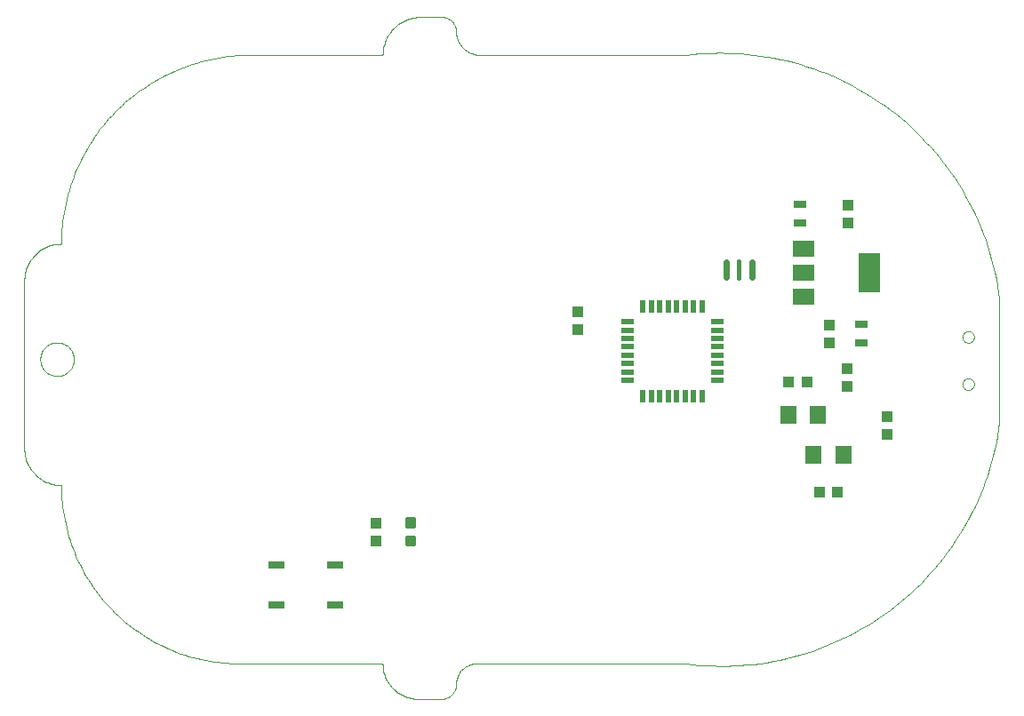
<source format=gtp>
G75*
%MOIN*%
%OFA0B0*%
%FSLAX24Y24*%
%IPPOS*%
%LPD*%
%AMOC8*
5,1,8,0,0,1.08239X$1,22.5*
%
%ADD10C,0.0000*%
%ADD11R,0.0500X0.0220*%
%ADD12R,0.0220X0.0500*%
%ADD13R,0.0433X0.0394*%
%ADD14R,0.0394X0.0433*%
%ADD15R,0.0630X0.0709*%
%ADD16R,0.0790X0.0590*%
%ADD17R,0.0790X0.1500*%
%ADD18C,0.0118*%
%ADD19R,0.0472X0.0315*%
%ADD20C,0.0240*%
%ADD21C,0.0177*%
%ADD22R,0.0600X0.0300*%
D10*
X008171Y001429D02*
X013535Y001429D01*
X013537Y001357D01*
X013543Y001285D01*
X013553Y001214D01*
X013566Y001143D01*
X013583Y001073D01*
X013605Y001005D01*
X013629Y000937D01*
X013658Y000871D01*
X013690Y000806D01*
X013725Y000744D01*
X013764Y000683D01*
X013806Y000625D01*
X013851Y000569D01*
X013899Y000515D01*
X013950Y000464D01*
X014004Y000416D01*
X014060Y000371D01*
X014118Y000329D01*
X014179Y000290D01*
X014241Y000255D01*
X014306Y000223D01*
X014372Y000194D01*
X014440Y000170D01*
X014508Y000148D01*
X014578Y000131D01*
X014649Y000118D01*
X014720Y000108D01*
X014792Y000102D01*
X014864Y000100D01*
X015734Y000100D01*
X015780Y000102D01*
X015826Y000108D01*
X015871Y000117D01*
X015915Y000130D01*
X015958Y000147D01*
X015999Y000167D01*
X016039Y000191D01*
X016076Y000217D01*
X016111Y000247D01*
X016144Y000280D01*
X016174Y000315D01*
X016200Y000352D01*
X016224Y000392D01*
X016244Y000433D01*
X016261Y000476D01*
X016274Y000520D01*
X016283Y000565D01*
X016289Y000611D01*
X016291Y000657D01*
X016293Y000710D01*
X016298Y000762D01*
X016307Y000814D01*
X016320Y000865D01*
X016336Y000916D01*
X016355Y000965D01*
X016378Y001012D01*
X016403Y001058D01*
X016432Y001102D01*
X016464Y001144D01*
X016499Y001184D01*
X016536Y001221D01*
X016576Y001256D01*
X016618Y001288D01*
X016662Y001317D01*
X016708Y001342D01*
X016755Y001365D01*
X016804Y001384D01*
X016855Y001400D01*
X016906Y001413D01*
X016958Y001422D01*
X017010Y001427D01*
X017063Y001429D01*
X024903Y001429D01*
X036665Y010484D02*
X036665Y015110D01*
X035275Y013683D02*
X035277Y013712D01*
X035283Y013740D01*
X035292Y013768D01*
X035305Y013794D01*
X035322Y013817D01*
X035341Y013839D01*
X035363Y013858D01*
X035388Y013873D01*
X035414Y013886D01*
X035442Y013894D01*
X035470Y013899D01*
X035499Y013900D01*
X035528Y013897D01*
X035556Y013890D01*
X035583Y013880D01*
X035609Y013866D01*
X035632Y013849D01*
X035653Y013829D01*
X035671Y013806D01*
X035686Y013781D01*
X035697Y013754D01*
X035705Y013726D01*
X035709Y013697D01*
X035709Y013669D01*
X035705Y013640D01*
X035697Y013612D01*
X035686Y013585D01*
X035671Y013560D01*
X035653Y013537D01*
X035632Y013517D01*
X035609Y013500D01*
X035583Y013486D01*
X035556Y013476D01*
X035528Y013469D01*
X035499Y013466D01*
X035470Y013467D01*
X035442Y013472D01*
X035414Y013480D01*
X035388Y013493D01*
X035363Y013508D01*
X035341Y013527D01*
X035322Y013549D01*
X035305Y013572D01*
X035292Y013598D01*
X035283Y013626D01*
X035277Y013654D01*
X035275Y013683D01*
X035275Y011911D02*
X035277Y011940D01*
X035283Y011968D01*
X035292Y011996D01*
X035305Y012022D01*
X035322Y012045D01*
X035341Y012067D01*
X035363Y012086D01*
X035388Y012101D01*
X035414Y012114D01*
X035442Y012122D01*
X035470Y012127D01*
X035499Y012128D01*
X035528Y012125D01*
X035556Y012118D01*
X035583Y012108D01*
X035609Y012094D01*
X035632Y012077D01*
X035653Y012057D01*
X035671Y012034D01*
X035686Y012009D01*
X035697Y011982D01*
X035705Y011954D01*
X035709Y011925D01*
X035709Y011897D01*
X035705Y011868D01*
X035697Y011840D01*
X035686Y011813D01*
X035671Y011788D01*
X035653Y011765D01*
X035632Y011745D01*
X035609Y011728D01*
X035583Y011714D01*
X035556Y011704D01*
X035528Y011697D01*
X035499Y011694D01*
X035470Y011695D01*
X035442Y011700D01*
X035414Y011708D01*
X035388Y011721D01*
X035363Y011736D01*
X035341Y011755D01*
X035322Y011777D01*
X035305Y011800D01*
X035292Y011826D01*
X035283Y011854D01*
X035277Y011882D01*
X035275Y011911D01*
X036664Y010484D02*
X036629Y010233D01*
X036587Y009982D01*
X036539Y009733D01*
X036485Y009485D01*
X036425Y009239D01*
X036360Y008994D01*
X036288Y008751D01*
X036210Y008509D01*
X036127Y008270D01*
X036038Y008032D01*
X035943Y007797D01*
X035843Y007564D01*
X035737Y007334D01*
X035625Y007106D01*
X035508Y006881D01*
X035386Y006659D01*
X035258Y006440D01*
X035125Y006224D01*
X034987Y006011D01*
X034843Y005802D01*
X034695Y005596D01*
X034542Y005394D01*
X034384Y005196D01*
X034221Y005001D01*
X034053Y004811D01*
X033881Y004624D01*
X033705Y004442D01*
X033524Y004264D01*
X033339Y004091D01*
X033149Y003922D01*
X032956Y003758D01*
X032759Y003598D01*
X032558Y003443D01*
X032353Y003294D01*
X032145Y003149D01*
X031933Y003009D01*
X031718Y002874D01*
X031500Y002745D01*
X031279Y002621D01*
X031055Y002502D01*
X030828Y002389D01*
X030598Y002281D01*
X030366Y002179D01*
X030132Y002083D01*
X029895Y001992D01*
X029656Y001907D01*
X029415Y001828D01*
X029172Y001754D01*
X028928Y001687D01*
X028681Y001625D01*
X028434Y001569D01*
X028185Y001520D01*
X027935Y001476D01*
X027685Y001439D01*
X027433Y001407D01*
X027181Y001382D01*
X026928Y001363D01*
X026674Y001349D01*
X026421Y001342D01*
X026167Y001341D01*
X025914Y001347D01*
X025660Y001358D01*
X025407Y001375D01*
X025155Y001399D01*
X024903Y001429D01*
X008171Y001429D02*
X008009Y001431D01*
X007848Y001437D01*
X007686Y001447D01*
X007525Y001460D01*
X007364Y001478D01*
X007204Y001499D01*
X007044Y001525D01*
X006885Y001554D01*
X006727Y001587D01*
X006569Y001623D01*
X006413Y001664D01*
X006257Y001708D01*
X006103Y001757D01*
X005950Y001808D01*
X005798Y001864D01*
X005647Y001923D01*
X005498Y001986D01*
X005351Y002052D01*
X005205Y002122D01*
X005061Y002196D01*
X004918Y002273D01*
X004778Y002353D01*
X004640Y002437D01*
X004503Y002524D01*
X004369Y002614D01*
X004237Y002707D01*
X004107Y002804D01*
X003980Y002904D01*
X003855Y003006D01*
X003733Y003112D01*
X003613Y003221D01*
X003496Y003332D01*
X003381Y003447D01*
X003270Y003564D01*
X003161Y003684D01*
X003055Y003806D01*
X002953Y003931D01*
X002853Y004058D01*
X002756Y004188D01*
X002663Y004320D01*
X002573Y004454D01*
X002486Y004591D01*
X002402Y004729D01*
X002322Y004869D01*
X002245Y005012D01*
X002171Y005156D01*
X002101Y005302D01*
X002035Y005449D01*
X001972Y005598D01*
X001913Y005749D01*
X001857Y005901D01*
X001806Y006054D01*
X001757Y006208D01*
X001713Y006364D01*
X001672Y006520D01*
X001636Y006678D01*
X001603Y006836D01*
X001574Y006995D01*
X001548Y007155D01*
X001527Y007315D01*
X001509Y007476D01*
X001496Y007637D01*
X001486Y007799D01*
X001480Y007960D01*
X001478Y008122D01*
X001406Y008124D01*
X001334Y008130D01*
X001262Y008139D01*
X001191Y008152D01*
X001121Y008169D01*
X001052Y008189D01*
X000984Y008214D01*
X000918Y008241D01*
X000852Y008272D01*
X000789Y008307D01*
X000727Y008344D01*
X000668Y008385D01*
X000611Y008429D01*
X000556Y008476D01*
X000504Y008526D01*
X000454Y008578D01*
X000407Y008633D01*
X000363Y008690D01*
X000322Y008749D01*
X000285Y008811D01*
X000250Y008874D01*
X000219Y008940D01*
X000192Y009006D01*
X000167Y009074D01*
X000147Y009143D01*
X000130Y009213D01*
X000117Y009284D01*
X000108Y009356D01*
X000102Y009428D01*
X000100Y009500D01*
X000100Y015799D01*
X000102Y015871D01*
X000108Y015943D01*
X000117Y016015D01*
X000130Y016086D01*
X000147Y016156D01*
X000167Y016225D01*
X000192Y016293D01*
X000219Y016359D01*
X000250Y016425D01*
X000285Y016488D01*
X000322Y016550D01*
X000363Y016609D01*
X000407Y016666D01*
X000454Y016721D01*
X000504Y016773D01*
X000556Y016823D01*
X000611Y016870D01*
X000668Y016914D01*
X000727Y016955D01*
X000789Y016992D01*
X000852Y017027D01*
X000918Y017058D01*
X000984Y017085D01*
X001052Y017110D01*
X001121Y017130D01*
X001191Y017147D01*
X001262Y017160D01*
X001334Y017169D01*
X001406Y017175D01*
X001478Y017177D01*
X000698Y012846D02*
X000700Y012896D01*
X000706Y012946D01*
X000716Y012995D01*
X000730Y013043D01*
X000747Y013090D01*
X000768Y013135D01*
X000793Y013179D01*
X000821Y013220D01*
X000853Y013259D01*
X000887Y013296D01*
X000924Y013330D01*
X000964Y013360D01*
X001006Y013387D01*
X001050Y013411D01*
X001096Y013432D01*
X001143Y013448D01*
X001191Y013461D01*
X001241Y013470D01*
X001290Y013475D01*
X001341Y013476D01*
X001391Y013473D01*
X001440Y013466D01*
X001489Y013455D01*
X001537Y013440D01*
X001583Y013422D01*
X001628Y013400D01*
X001671Y013374D01*
X001712Y013345D01*
X001751Y013313D01*
X001787Y013278D01*
X001819Y013240D01*
X001849Y013200D01*
X001876Y013157D01*
X001899Y013113D01*
X001918Y013067D01*
X001934Y013019D01*
X001946Y012970D01*
X001954Y012921D01*
X001958Y012871D01*
X001958Y012821D01*
X001954Y012771D01*
X001946Y012722D01*
X001934Y012673D01*
X001918Y012625D01*
X001899Y012579D01*
X001876Y012535D01*
X001849Y012492D01*
X001819Y012452D01*
X001787Y012414D01*
X001751Y012379D01*
X001712Y012347D01*
X001671Y012318D01*
X001628Y012292D01*
X001583Y012270D01*
X001537Y012252D01*
X001489Y012237D01*
X001440Y012226D01*
X001391Y012219D01*
X001341Y012216D01*
X001290Y012217D01*
X001241Y012222D01*
X001191Y012231D01*
X001143Y012244D01*
X001096Y012260D01*
X001050Y012281D01*
X001006Y012305D01*
X000964Y012332D01*
X000924Y012362D01*
X000887Y012396D01*
X000853Y012433D01*
X000821Y012472D01*
X000793Y012513D01*
X000768Y012557D01*
X000747Y012602D01*
X000730Y012649D01*
X000716Y012697D01*
X000706Y012746D01*
X000700Y012796D01*
X000698Y012846D01*
X001478Y017177D02*
X001480Y017348D01*
X001486Y017519D01*
X001497Y017690D01*
X001511Y017861D01*
X001530Y018031D01*
X001552Y018201D01*
X001579Y018370D01*
X001610Y018539D01*
X001645Y018706D01*
X001684Y018873D01*
X001727Y019039D01*
X001774Y019203D01*
X001825Y019367D01*
X001880Y019529D01*
X001939Y019690D01*
X002001Y019849D01*
X002068Y020007D01*
X002138Y020163D01*
X002212Y020318D01*
X002290Y020470D01*
X002371Y020621D01*
X002456Y020770D01*
X002545Y020916D01*
X002637Y021061D01*
X002733Y021203D01*
X002831Y021343D01*
X002934Y021480D01*
X003039Y021615D01*
X003148Y021747D01*
X003260Y021877D01*
X003375Y022003D01*
X003494Y022127D01*
X003615Y022248D01*
X003739Y022367D01*
X003865Y022482D01*
X003995Y022594D01*
X004127Y022703D01*
X004262Y022808D01*
X004399Y022911D01*
X004539Y023009D01*
X004681Y023105D01*
X004826Y023197D01*
X004972Y023286D01*
X005121Y023371D01*
X005272Y023452D01*
X005424Y023530D01*
X005579Y023604D01*
X005735Y023674D01*
X005893Y023741D01*
X006052Y023803D01*
X006213Y023862D01*
X006375Y023917D01*
X006539Y023968D01*
X006703Y024015D01*
X006869Y024058D01*
X007036Y024097D01*
X007203Y024132D01*
X007372Y024163D01*
X007541Y024190D01*
X007711Y024212D01*
X007881Y024231D01*
X008052Y024245D01*
X008223Y024256D01*
X008394Y024262D01*
X008565Y024264D01*
X008565Y024263D02*
X013535Y024263D01*
X013537Y024338D01*
X013543Y024412D01*
X013553Y024486D01*
X013566Y024560D01*
X013584Y024632D01*
X013605Y024704D01*
X013630Y024774D01*
X013658Y024843D01*
X013691Y024911D01*
X013726Y024977D01*
X013765Y025040D01*
X013808Y025102D01*
X013853Y025161D01*
X013902Y025218D01*
X013953Y025272D01*
X014007Y025323D01*
X014064Y025372D01*
X014123Y025417D01*
X014185Y025460D01*
X014249Y025499D01*
X014314Y025534D01*
X014382Y025567D01*
X014451Y025595D01*
X014521Y025620D01*
X014593Y025641D01*
X014665Y025659D01*
X014739Y025672D01*
X014813Y025682D01*
X014887Y025688D01*
X014962Y025690D01*
X014962Y025691D02*
X015734Y025691D01*
X015780Y025689D01*
X015826Y025683D01*
X015871Y025674D01*
X015915Y025661D01*
X015958Y025644D01*
X015999Y025624D01*
X016039Y025600D01*
X016076Y025574D01*
X016111Y025544D01*
X016144Y025511D01*
X016174Y025476D01*
X016200Y025439D01*
X016224Y025399D01*
X016244Y025358D01*
X016261Y025315D01*
X016274Y025271D01*
X016283Y025226D01*
X016289Y025180D01*
X016291Y025134D01*
X016293Y025077D01*
X016298Y025020D01*
X016308Y024964D01*
X016321Y024909D01*
X016337Y024854D01*
X016357Y024801D01*
X016381Y024749D01*
X016408Y024699D01*
X016438Y024651D01*
X016471Y024604D01*
X016507Y024560D01*
X016546Y024519D01*
X016587Y024480D01*
X016631Y024444D01*
X016678Y024411D01*
X016726Y024381D01*
X016776Y024354D01*
X016828Y024330D01*
X016881Y024310D01*
X016936Y024294D01*
X016991Y024281D01*
X017047Y024271D01*
X017104Y024266D01*
X017161Y024264D01*
X017161Y024263D02*
X024903Y024263D01*
X024903Y024264D02*
X025156Y024292D01*
X025410Y024315D01*
X025664Y024331D01*
X025918Y024341D01*
X026173Y024345D01*
X026428Y024343D01*
X026682Y024334D01*
X026936Y024320D01*
X027190Y024299D01*
X027443Y024272D01*
X027696Y024239D01*
X027948Y024200D01*
X028198Y024155D01*
X028448Y024104D01*
X028696Y024047D01*
X028943Y023984D01*
X029188Y023915D01*
X029431Y023840D01*
X029673Y023759D01*
X029912Y023672D01*
X030150Y023580D01*
X030385Y023482D01*
X030617Y023378D01*
X030847Y023269D01*
X031075Y023154D01*
X031299Y023033D01*
X031520Y022908D01*
X031739Y022776D01*
X031954Y022640D01*
X032166Y022499D01*
X032374Y022352D01*
X032579Y022201D01*
X032780Y022044D01*
X032977Y021883D01*
X033170Y021717D01*
X033359Y021547D01*
X033544Y021371D01*
X033725Y021192D01*
X033901Y021008D01*
X034073Y020820D01*
X034240Y020628D01*
X034403Y020432D01*
X034560Y020232D01*
X034713Y020028D01*
X034861Y019821D01*
X035004Y019610D01*
X035142Y019396D01*
X035274Y019178D01*
X035401Y018958D01*
X035523Y018734D01*
X035639Y018507D01*
X035750Y018278D01*
X035855Y018046D01*
X035955Y017812D01*
X036049Y017575D01*
X036137Y017336D01*
X036220Y017095D01*
X036296Y016852D01*
X036367Y016608D01*
X036432Y016361D01*
X036490Y016113D01*
X036543Y015864D01*
X036590Y015614D01*
X036630Y015362D01*
X036665Y015110D01*
D11*
X026092Y014255D03*
X026092Y013940D03*
X026092Y013625D03*
X026092Y013310D03*
X026092Y012995D03*
X026092Y012680D03*
X026092Y012365D03*
X026092Y012050D03*
X022712Y012050D03*
X022712Y012365D03*
X022712Y012680D03*
X022712Y012995D03*
X022712Y013310D03*
X022712Y013625D03*
X022712Y013940D03*
X022712Y014255D03*
D12*
X023299Y014842D03*
X023614Y014842D03*
X023929Y014842D03*
X024244Y014842D03*
X024559Y014842D03*
X024874Y014842D03*
X025189Y014842D03*
X025504Y014842D03*
X025504Y011462D03*
X025189Y011462D03*
X024874Y011462D03*
X024559Y011462D03*
X024244Y011462D03*
X023929Y011462D03*
X023614Y011462D03*
X023299Y011462D03*
D13*
X028767Y012002D03*
X029436Y012002D03*
X029917Y007852D03*
X030586Y007852D03*
D14*
X032452Y010018D03*
X032452Y010687D03*
X030952Y011818D03*
X030952Y012487D03*
X030302Y013468D03*
X030302Y014137D03*
X031002Y017968D03*
X031002Y018637D03*
X020852Y014637D03*
X020852Y013968D03*
X013292Y006704D03*
X013292Y006034D03*
D15*
X028750Y010752D03*
X029853Y010752D03*
X029700Y009252D03*
X030803Y009252D03*
D16*
X029312Y015192D03*
X029312Y016092D03*
X029312Y016992D03*
D17*
X031792Y016102D03*
D18*
X014727Y006576D02*
X014451Y006576D01*
X014451Y006852D01*
X014727Y006852D01*
X014727Y006576D01*
X014727Y006693D02*
X014451Y006693D01*
X014451Y006810D02*
X014727Y006810D01*
X014727Y005886D02*
X014451Y005886D01*
X014451Y006162D01*
X014727Y006162D01*
X014727Y005886D01*
X014727Y006003D02*
X014451Y006003D01*
X014451Y006120D02*
X014727Y006120D01*
D19*
X031502Y013448D03*
X031502Y014157D03*
X029202Y017948D03*
X029202Y018657D03*
D20*
X027374Y016482D02*
X027374Y015922D01*
X026429Y015922D02*
X026429Y016482D01*
D21*
X026902Y016514D02*
X026902Y016514D01*
X026902Y015890D01*
X026902Y015890D01*
X026902Y016514D01*
X026902Y016066D02*
X026902Y016066D01*
X026902Y016242D02*
X026902Y016242D01*
X026902Y016418D02*
X026902Y016418D01*
D22*
X011746Y005133D03*
X011746Y003633D03*
X009546Y003633D03*
X009546Y005133D03*
M02*

</source>
